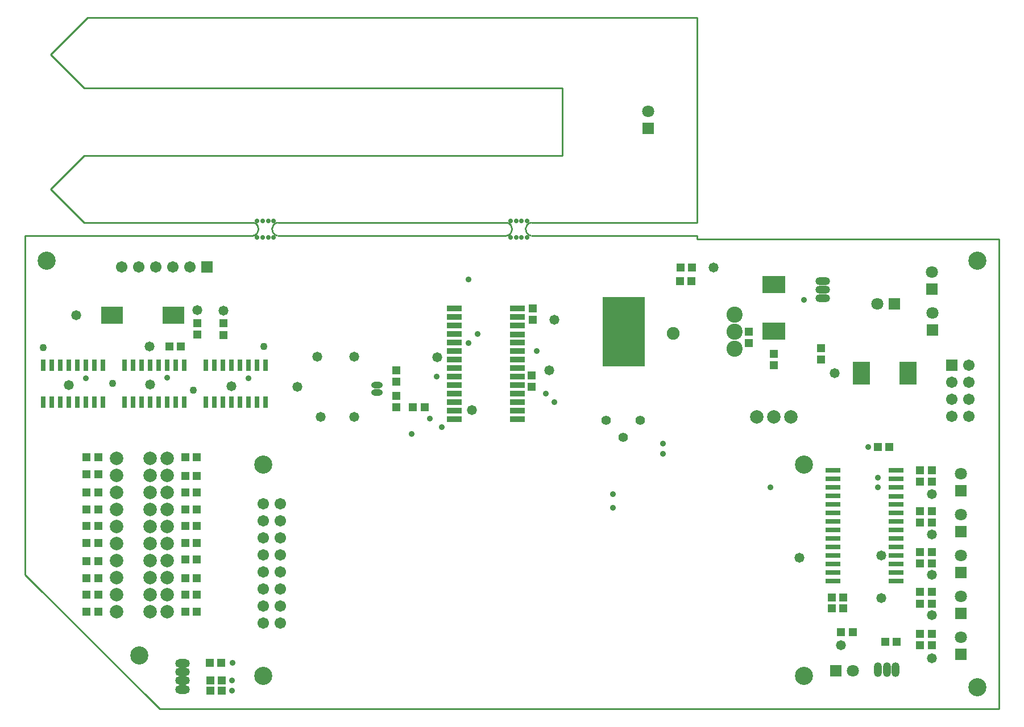
<source format=gts>
%FSLAX25Y25*%
%MOIN*%
G70*
G01*
G75*
G04 Layer_Color=8388736*
%ADD10R,0.07874X0.02756*%
%ADD11R,0.03937X0.04331*%
%ADD12R,0.04331X0.03937*%
%ADD13R,0.11811X0.09055*%
%ADD14R,0.09449X0.12992*%
%ADD15R,0.24016X0.40000*%
%ADD16R,0.12992X0.09449*%
%ADD17R,0.07874X0.02362*%
%ADD18R,0.02362X0.06102*%
%ADD19C,0.01000*%
%ADD20C,0.02756*%
%ADD21C,0.03937*%
%ADD22C,0.05906*%
%ADD23C,0.01969*%
%ADD24C,0.07874*%
%ADD25C,0.01575*%
%ADD26C,0.27559*%
%ADD27O,0.05906X0.02953*%
%ADD28C,0.07087*%
%ADD29C,0.09843*%
%ADD30C,0.05906*%
%ADD31C,0.08661*%
%ADD32O,0.07874X0.03937*%
%ADD33O,0.07874X0.03937*%
%ADD34R,0.06299X0.06299*%
%ADD35C,0.06299*%
%ADD36R,0.06299X0.06299*%
%ADD37R,0.05906X0.05906*%
%ADD38C,0.04724*%
%ADD39C,0.01969*%
%ADD40R,0.05906X0.05906*%
%ADD41O,0.03937X0.07874*%
%ADD42O,0.07874X0.04331*%
%ADD43C,0.02756*%
%ADD44C,0.05000*%
%ADD45C,0.03543*%
%ADD46C,0.06693*%
%ADD47C,0.00787*%
%ADD48C,0.00394*%
%ADD49C,0.00591*%
%ADD50C,0.00800*%
%ADD51R,0.08674X0.03556*%
%ADD52R,0.04737X0.05131*%
%ADD53R,0.05131X0.04737*%
%ADD54R,0.12611X0.09855*%
%ADD55R,0.10249X0.13792*%
%ADD56R,0.24816X0.40800*%
%ADD57R,0.13792X0.10249*%
%ADD58R,0.08674X0.03162*%
%ADD59R,0.03162X0.06902*%
%ADD60O,0.06706X0.03753*%
%ADD61C,0.07887*%
%ADD62C,0.10642*%
%ADD63C,0.06706*%
%ADD64C,0.09461*%
%ADD65O,0.08674X0.04737*%
%ADD66O,0.08674X0.04737*%
%ADD67R,0.07099X0.07099*%
%ADD68C,0.07099*%
%ADD69R,0.07099X0.07099*%
%ADD70R,0.06706X0.06706*%
%ADD71C,0.05524*%
%ADD72C,0.02769*%
%ADD73R,0.06706X0.06706*%
%ADD74O,0.04737X0.08674*%
%ADD75O,0.08674X0.05131*%
%ADD76C,0.03556*%
%ADD77C,0.05800*%
%ADD78C,0.04343*%
%ADD79C,0.07493*%
D19*
X282044Y277593D02*
G03*
X282549Y285299I-514J3903D01*
G01*
X296764Y285399D02*
G03*
X296259Y277693I514J-3903D01*
G01*
X148108Y285399D02*
G03*
X147603Y277693I514J-3903D01*
G01*
X133388Y277593D02*
G03*
X133893Y285299I-514J3903D01*
G01*
X148108Y277593D02*
X282010D01*
X148108Y285399D02*
X282456D01*
X-0Y277559D02*
X34Y277593D01*
X133388D01*
X34449Y285433D02*
X133800D01*
X14764Y305118D02*
X34449Y285433D01*
X14764Y305118D02*
X34449Y324803D01*
X314961D01*
Y364173D01*
X34449D02*
X314961D01*
X14764Y383858D02*
X34449Y364173D01*
X14764Y383858D02*
X36417Y405512D01*
X393701D01*
Y285433D02*
Y405512D01*
X393667Y285399D02*
X393701Y285433D01*
X296730Y285399D02*
X393667D01*
X296730Y277593D02*
X393667D01*
X393701Y277559D01*
Y275590D02*
Y277559D01*
Y275590D02*
X570866D01*
X570866Y275590D01*
Y0D02*
Y275590D01*
X78740Y0D02*
X570866D01*
X-0Y78740D02*
X78740Y0D01*
X-0Y78740D02*
Y277559D01*
D51*
X288583Y234921D02*
D03*
X251575D02*
D03*
Y169921D02*
D03*
Y189921D02*
D03*
Y219921D02*
D03*
Y214921D02*
D03*
Y204921D02*
D03*
Y179921D02*
D03*
Y184921D02*
D03*
Y194921D02*
D03*
Y209921D02*
D03*
Y199921D02*
D03*
Y224921D02*
D03*
Y174921D02*
D03*
Y229921D02*
D03*
X288583D02*
D03*
Y174921D02*
D03*
Y224921D02*
D03*
Y199921D02*
D03*
Y209921D02*
D03*
Y194921D02*
D03*
Y184921D02*
D03*
Y219646D02*
D03*
Y179921D02*
D03*
Y204921D02*
D03*
Y214921D02*
D03*
Y189921D02*
D03*
Y169921D02*
D03*
D52*
X296850Y195669D02*
D03*
Y188976D02*
D03*
X297638Y228346D02*
D03*
Y235039D02*
D03*
X424213Y214567D02*
D03*
Y221260D02*
D03*
X466535Y211811D02*
D03*
Y205118D02*
D03*
X531496Y61811D02*
D03*
Y68504D02*
D03*
X531496Y37402D02*
D03*
Y44094D02*
D03*
X524409D02*
D03*
Y37402D02*
D03*
Y68504D02*
D03*
Y61811D02*
D03*
Y140157D02*
D03*
Y133465D02*
D03*
X531496Y133465D02*
D03*
Y140157D02*
D03*
Y109449D02*
D03*
Y116142D02*
D03*
X524409Y116142D02*
D03*
Y109449D02*
D03*
X531496Y85433D02*
D03*
Y92126D02*
D03*
X524409D02*
D03*
Y85433D02*
D03*
X217520Y176969D02*
D03*
Y183661D02*
D03*
X217520Y198622D02*
D03*
Y191929D02*
D03*
X438976Y201772D02*
D03*
Y208465D02*
D03*
X116142Y219488D02*
D03*
Y226181D02*
D03*
X100787Y219685D02*
D03*
Y226378D02*
D03*
D53*
X84646Y212598D02*
D03*
X91339D02*
D03*
X390748Y258858D02*
D03*
X384055D02*
D03*
X42717Y147638D02*
D03*
X36024D02*
D03*
X42717Y137795D02*
D03*
X36024D02*
D03*
X42717Y57087D02*
D03*
X36024D02*
D03*
X42717Y66929D02*
D03*
X36024D02*
D03*
X42717Y76772D02*
D03*
X36024D02*
D03*
X42717Y86614D02*
D03*
X36024D02*
D03*
X42717Y97441D02*
D03*
X36024D02*
D03*
X42717Y107283D02*
D03*
X36024D02*
D03*
X42717Y117126D02*
D03*
X36024D02*
D03*
X42717Y126969D02*
D03*
X36024D02*
D03*
X93898Y147638D02*
D03*
X100591D02*
D03*
X93898Y136811D02*
D03*
X100591D02*
D03*
X93898Y126969D02*
D03*
X100591D02*
D03*
X93898Y117126D02*
D03*
X100591D02*
D03*
X93898Y107283D02*
D03*
X100591D02*
D03*
X93898Y97441D02*
D03*
X100591D02*
D03*
X93898Y87598D02*
D03*
X100591D02*
D03*
X93898Y76772D02*
D03*
X100591D02*
D03*
X93898Y66929D02*
D03*
X100591D02*
D03*
X93898Y57087D02*
D03*
X100591D02*
D03*
X108661Y10630D02*
D03*
X115354D02*
D03*
X108661Y16535D02*
D03*
X115354D02*
D03*
X108268Y27165D02*
D03*
X114961D02*
D03*
X500000Y153543D02*
D03*
X506693D02*
D03*
X504331Y39370D02*
D03*
X511024D02*
D03*
X485039Y44882D02*
D03*
X478346D02*
D03*
X472835Y59055D02*
D03*
X479528D02*
D03*
X472835Y65354D02*
D03*
X479528D02*
D03*
X383858Y250984D02*
D03*
X390551D02*
D03*
X227362Y177165D02*
D03*
X234055D02*
D03*
D54*
X87008Y231102D02*
D03*
X50787D02*
D03*
D55*
X490256Y196850D02*
D03*
X517618D02*
D03*
D56*
X350787Y221260D02*
D03*
D57*
X438976Y221555D02*
D03*
Y248917D02*
D03*
D58*
X510630Y75039D02*
D03*
Y95039D02*
D03*
Y120039D02*
D03*
Y110039D02*
D03*
Y85039D02*
D03*
Y124764D02*
D03*
Y90039D02*
D03*
Y100039D02*
D03*
Y115039D02*
D03*
Y105039D02*
D03*
Y130039D02*
D03*
Y80039D02*
D03*
Y135039D02*
D03*
X473622D02*
D03*
Y80039D02*
D03*
Y130039D02*
D03*
Y105039D02*
D03*
Y115039D02*
D03*
Y100039D02*
D03*
Y90039D02*
D03*
Y85039D02*
D03*
Y110039D02*
D03*
Y120039D02*
D03*
Y125039D02*
D03*
Y95039D02*
D03*
Y75039D02*
D03*
Y140039D02*
D03*
X510630D02*
D03*
D59*
X120728Y201575D02*
D03*
X125728D02*
D03*
X130728D02*
D03*
X135728D02*
D03*
X140728D02*
D03*
X115728D02*
D03*
X110728D02*
D03*
X105728D02*
D03*
Y179921D02*
D03*
X110728D02*
D03*
X115728D02*
D03*
X140728D02*
D03*
X135728D02*
D03*
X130728D02*
D03*
X125728D02*
D03*
X120728D02*
D03*
X73090Y201575D02*
D03*
X78091D02*
D03*
X83091D02*
D03*
X88090D02*
D03*
X93090D02*
D03*
X68090D02*
D03*
X63090D02*
D03*
X58091D02*
D03*
Y179921D02*
D03*
X63090D02*
D03*
X68090D02*
D03*
X93090D02*
D03*
X88090D02*
D03*
X83091D02*
D03*
X78091D02*
D03*
X73090D02*
D03*
X25453Y201575D02*
D03*
X30453D02*
D03*
X35453D02*
D03*
X40453D02*
D03*
X45453D02*
D03*
X20453D02*
D03*
X15453D02*
D03*
X10453D02*
D03*
Y179921D02*
D03*
X15453D02*
D03*
X20453D02*
D03*
X45453D02*
D03*
X40453D02*
D03*
X35453D02*
D03*
X30453D02*
D03*
X25453D02*
D03*
D60*
X206299Y185787D02*
D03*
Y190000D02*
D03*
D61*
X53543Y57087D02*
D03*
Y67087D02*
D03*
Y77165D02*
D03*
Y87165D02*
D03*
Y117165D02*
D03*
Y127165D02*
D03*
Y97165D02*
D03*
Y107165D02*
D03*
Y137165D02*
D03*
Y147165D02*
D03*
X83071Y57087D02*
D03*
Y67087D02*
D03*
Y77165D02*
D03*
Y87165D02*
D03*
Y117165D02*
D03*
Y127165D02*
D03*
Y97165D02*
D03*
Y107165D02*
D03*
Y137165D02*
D03*
Y147165D02*
D03*
X73228D02*
D03*
Y137165D02*
D03*
Y107165D02*
D03*
Y97165D02*
D03*
Y127165D02*
D03*
Y117165D02*
D03*
Y87165D02*
D03*
Y77165D02*
D03*
Y67087D02*
D03*
Y57087D02*
D03*
X438976Y171260D02*
D03*
X428976D02*
D03*
X448976D02*
D03*
D62*
X139606Y19291D02*
D03*
X456535D02*
D03*
Y143307D02*
D03*
X139606D02*
D03*
X558268Y12598D02*
D03*
Y262992D02*
D03*
X12598D02*
D03*
X66929Y31496D02*
D03*
D63*
X149606Y120315D02*
D03*
Y110315D02*
D03*
X139606Y60315D02*
D03*
Y70315D02*
D03*
Y80315D02*
D03*
Y90315D02*
D03*
Y50315D02*
D03*
Y110315D02*
D03*
Y120315D02*
D03*
Y100315D02*
D03*
X149606D02*
D03*
Y90315D02*
D03*
Y80315D02*
D03*
Y70315D02*
D03*
Y60315D02*
D03*
Y50315D02*
D03*
X56693Y259449D02*
D03*
X66693D02*
D03*
X76693D02*
D03*
X86693D02*
D03*
X96693D02*
D03*
X553307Y201772D02*
D03*
X543307Y191772D02*
D03*
X553307D02*
D03*
X543307Y181772D02*
D03*
X553307D02*
D03*
X543307Y171772D02*
D03*
X553307D02*
D03*
D64*
X415748Y221260D02*
D03*
Y231260D02*
D03*
Y211260D02*
D03*
D65*
X467520Y241063D02*
D03*
Y246063D02*
D03*
D66*
Y251063D02*
D03*
D67*
X548425Y127953D02*
D03*
Y103937D02*
D03*
Y79921D02*
D03*
X548425Y31890D02*
D03*
Y55905D02*
D03*
X531496Y246457D02*
D03*
X531890Y222441D02*
D03*
X365158Y340551D02*
D03*
D68*
X548425Y137953D02*
D03*
Y113937D02*
D03*
Y89921D02*
D03*
X548425Y41890D02*
D03*
Y65905D02*
D03*
X485197Y22441D02*
D03*
X499449Y237795D02*
D03*
X531496Y256457D02*
D03*
X531890Y232441D02*
D03*
X365158Y350551D02*
D03*
D69*
X475197Y22441D02*
D03*
X509449Y237795D02*
D03*
D70*
X106693Y259449D02*
D03*
D71*
X340394Y169272D02*
D03*
X350394Y159272D02*
D03*
X360394Y169272D02*
D03*
D72*
X145669Y286417D02*
D03*
X142388D02*
D03*
X139108D02*
D03*
X135827D02*
D03*
Y276575D02*
D03*
X139108D02*
D03*
X142388D02*
D03*
X145669D02*
D03*
X294291D02*
D03*
X291010D02*
D03*
X287730D02*
D03*
X284449D02*
D03*
Y286417D02*
D03*
X287730D02*
D03*
X291010D02*
D03*
X294291D02*
D03*
D73*
X543307Y201772D02*
D03*
D74*
X510354Y22835D02*
D03*
X505118D02*
D03*
X499882D02*
D03*
D75*
X92126Y26772D02*
D03*
Y21654D02*
D03*
Y16535D02*
D03*
Y11417D02*
D03*
D76*
X374016Y155512D02*
D03*
Y149606D02*
D03*
X494095Y153543D02*
D03*
X121653Y27165D02*
D03*
X121260Y16535D02*
D03*
Y10630D02*
D03*
X437008Y129921D02*
D03*
X344488Y118110D02*
D03*
Y125984D02*
D03*
X500000Y129921D02*
D03*
Y135827D02*
D03*
X305118Y185039D02*
D03*
X83091Y194311D02*
D03*
X35453Y193917D02*
D03*
X130728Y194075D02*
D03*
X241181Y194921D02*
D03*
X299921Y209921D02*
D03*
X226378Y161417D02*
D03*
X244094Y165354D02*
D03*
X237205Y170276D02*
D03*
X310039Y180118D02*
D03*
X259842Y214567D02*
D03*
Y251969D02*
D03*
X265197Y219921D02*
D03*
X456693Y240158D02*
D03*
D77*
X100787Y233858D02*
D03*
X241535Y206299D02*
D03*
X310039Y228346D02*
D03*
X73090Y190217D02*
D03*
X120728Y189311D02*
D03*
X25453Y189961D02*
D03*
X453740Y88583D02*
D03*
X403543Y258858D02*
D03*
X29724Y231102D02*
D03*
X72835Y212598D02*
D03*
X116142Y233661D02*
D03*
X478346Y37402D02*
D03*
X261811Y175197D02*
D03*
X307087Y198819D02*
D03*
X192913Y171260D02*
D03*
X173228D02*
D03*
X171260Y206693D02*
D03*
X192913D02*
D03*
X159449Y188976D02*
D03*
X474409Y196850D02*
D03*
X501968Y64961D02*
D03*
X531496Y29528D02*
D03*
X531496Y55118D02*
D03*
X531496Y78740D02*
D03*
Y102362D02*
D03*
Y125984D02*
D03*
X501968Y90039D02*
D03*
D78*
X10453Y211988D02*
D03*
X139764Y212598D02*
D03*
X51181Y190945D02*
D03*
X98425Y187008D02*
D03*
D79*
X379921Y220472D02*
D03*
M02*

</source>
